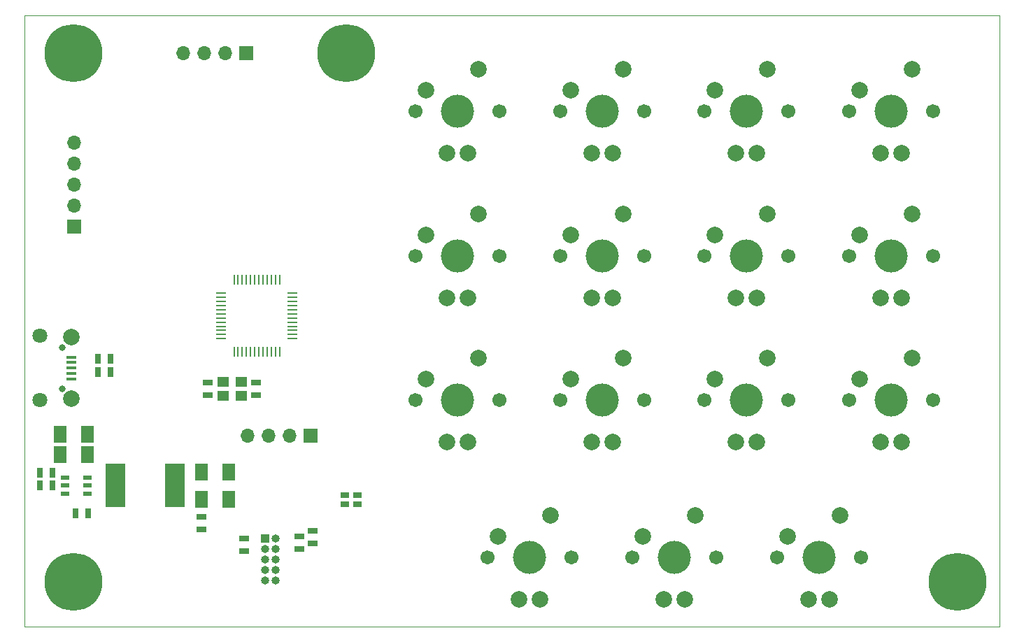
<source format=gts>
G04 #@! TF.GenerationSoftware,KiCad,Pcbnew,5.1.9-73d0e3b20d~88~ubuntu18.04.1*
G04 #@! TF.CreationDate,2021-10-16T20:22:12+02:00*
G04 #@! TF.ProjectId,VFODial,56464f44-6961-46c2-9e6b-696361645f70,rev?*
G04 #@! TF.SameCoordinates,Original*
G04 #@! TF.FileFunction,Soldermask,Top*
G04 #@! TF.FilePolarity,Negative*
%FSLAX46Y46*%
G04 Gerber Fmt 4.6, Leading zero omitted, Abs format (unit mm)*
G04 Created by KiCad (PCBNEW 5.1.9-73d0e3b20d~88~ubuntu18.04.1) date 2021-10-16 20:22:12*
%MOMM*%
%LPD*%
G01*
G04 APERTURE LIST*
G04 #@! TA.AperFunction,Profile*
%ADD10C,0.050000*%
G04 #@! TD*
%ADD11R,0.635000X1.143000*%
%ADD12R,1.143000X0.635000*%
%ADD13R,1.524000X2.032000*%
%ADD14R,2.420000X5.330000*%
%ADD15R,1.100000X0.600000*%
%ADD16C,7.000000*%
%ADD17C,2.000000*%
%ADD18C,1.701800*%
%ADD19C,4.000000*%
%ADD20R,1.400000X1.200000*%
%ADD21R,1.300000X0.250000*%
%ADD22R,0.250000X1.300000*%
%ADD23C,0.800000*%
%ADD24C,1.800000*%
%ADD25R,1.300000X0.450000*%
%ADD26O,1.000000X1.000000*%
%ADD27R,1.000000X1.000000*%
%ADD28O,1.700000X1.700000*%
%ADD29R,1.700000X1.700000*%
%ADD30R,1.000000X0.800000*%
G04 APERTURE END LIST*
D10*
X20100000Y-187400000D02*
X20100000Y-187300000D01*
X138100000Y-187400000D02*
X20100000Y-187400000D01*
X138100000Y-113400000D02*
X138100000Y-187400000D01*
X20100000Y-113400000D02*
X138100000Y-113400000D01*
X20100000Y-187300000D02*
X20100000Y-113400000D01*
D11*
G04 #@! TO.C,R128*
X23462000Y-170350000D03*
X21938000Y-170350000D03*
G04 #@! TD*
G04 #@! TO.C,R127*
X21938000Y-168800000D03*
X23462000Y-168800000D03*
G04 #@! TD*
D12*
G04 #@! TO.C,R104*
X53350000Y-178012000D03*
X53350000Y-176488000D03*
G04 #@! TD*
G04 #@! TO.C,R103*
X55000000Y-177312000D03*
X55000000Y-175788000D03*
G04 #@! TD*
D11*
G04 #@! TO.C,R102*
X30512000Y-156600000D03*
X28988000Y-156600000D03*
G04 #@! TD*
G04 #@! TO.C,R101*
X30512000Y-154950000D03*
X28988000Y-154950000D03*
G04 #@! TD*
G04 #@! TO.C,C119*
X26238000Y-173700000D03*
X27762000Y-173700000D03*
G04 #@! TD*
D13*
G04 #@! TO.C,C118*
X24399000Y-166600000D03*
X27701000Y-166600000D03*
G04 #@! TD*
G04 #@! TO.C,C117*
X24399000Y-164100000D03*
X27701000Y-164100000D03*
G04 #@! TD*
G04 #@! TO.C,C116*
X44801000Y-172000000D03*
X41499000Y-172000000D03*
G04 #@! TD*
G04 #@! TO.C,C115*
X44801000Y-168700000D03*
X41499000Y-168700000D03*
G04 #@! TD*
D12*
G04 #@! TO.C,C114*
X41500000Y-175612000D03*
X41500000Y-174088000D03*
G04 #@! TD*
G04 #@! TO.C,C103*
X48100000Y-157888000D03*
X48100000Y-159412000D03*
G04 #@! TD*
G04 #@! TO.C,C102*
X42300000Y-159412000D03*
X42300000Y-157888000D03*
G04 #@! TD*
G04 #@! TO.C,C101*
X46700000Y-176738000D03*
X46700000Y-178262000D03*
G04 #@! TD*
D14*
G04 #@! TO.C,U102*
X31080000Y-170350000D03*
X38320000Y-170350000D03*
G04 #@! TD*
D15*
G04 #@! TO.C,U103*
X25000000Y-171300000D03*
X25000000Y-170350000D03*
X25000000Y-169400000D03*
X27700000Y-169400000D03*
X27700000Y-170350000D03*
X27700000Y-171300000D03*
G04 #@! TD*
D16*
G04 #@! TO.C,REF\u002A\u002A*
X59000000Y-118000000D03*
G04 #@! TD*
G04 #@! TO.C,REF\u002A\u002A*
X26000000Y-182000000D03*
G04 #@! TD*
G04 #@! TO.C,REF\u002A\u002A*
X133000000Y-182000000D03*
G04 #@! TD*
G04 #@! TO.C,REF\u002A\u002A*
X26000000Y-118000000D03*
G04 #@! TD*
D17*
G04 #@! TO.C,S115*
X117520000Y-184080000D03*
X114980000Y-184080000D03*
X118790000Y-173920000D03*
X112440000Y-176460000D03*
D18*
X121330000Y-179000000D03*
X111170000Y-179000000D03*
D19*
X116250000Y-179000000D03*
G04 #@! TD*
D17*
G04 #@! TO.C,S114*
X100020000Y-184080000D03*
X97480000Y-184080000D03*
X101290000Y-173920000D03*
X94940000Y-176460000D03*
D18*
X103830000Y-179000000D03*
X93670000Y-179000000D03*
D19*
X98750000Y-179000000D03*
G04 #@! TD*
D17*
G04 #@! TO.C,S113*
X82520000Y-184080000D03*
X79980000Y-184080000D03*
X83790000Y-173920000D03*
X77440000Y-176460000D03*
D18*
X86330000Y-179000000D03*
X76170000Y-179000000D03*
D19*
X81250000Y-179000000D03*
G04 #@! TD*
D17*
G04 #@! TO.C,S112*
X126270000Y-165080000D03*
X123730000Y-165080000D03*
X127540000Y-154920000D03*
X121190000Y-157460000D03*
D18*
X130080000Y-160000000D03*
X119920000Y-160000000D03*
D19*
X125000000Y-160000000D03*
G04 #@! TD*
D17*
G04 #@! TO.C,S111*
X126270000Y-147580000D03*
X123730000Y-147580000D03*
X127540000Y-137420000D03*
X121190000Y-139960000D03*
D18*
X130080000Y-142500000D03*
X119920000Y-142500000D03*
D19*
X125000000Y-142500000D03*
G04 #@! TD*
D17*
G04 #@! TO.C,S110*
X126270000Y-130080000D03*
X123730000Y-130080000D03*
X127540000Y-119920000D03*
X121190000Y-122460000D03*
D18*
X130080000Y-125000000D03*
X119920000Y-125000000D03*
D19*
X125000000Y-125000000D03*
G04 #@! TD*
D17*
G04 #@! TO.C,S109*
X108770000Y-165080000D03*
X106230000Y-165080000D03*
X110040000Y-154920000D03*
X103690000Y-157460000D03*
D18*
X112580000Y-160000000D03*
X102420000Y-160000000D03*
D19*
X107500000Y-160000000D03*
G04 #@! TD*
D17*
G04 #@! TO.C,S108*
X108770000Y-147580000D03*
X106230000Y-147580000D03*
X110040000Y-137420000D03*
X103690000Y-139960000D03*
D18*
X112580000Y-142500000D03*
X102420000Y-142500000D03*
D19*
X107500000Y-142500000D03*
G04 #@! TD*
D17*
G04 #@! TO.C,S107*
X108770000Y-130080000D03*
X106230000Y-130080000D03*
X110040000Y-119920000D03*
X103690000Y-122460000D03*
D18*
X112580000Y-125000000D03*
X102420000Y-125000000D03*
D19*
X107500000Y-125000000D03*
G04 #@! TD*
D17*
G04 #@! TO.C,S106*
X91270000Y-165080000D03*
X88730000Y-165080000D03*
X92540000Y-154920000D03*
X86190000Y-157460000D03*
D18*
X95080000Y-160000000D03*
X84920000Y-160000000D03*
D19*
X90000000Y-160000000D03*
G04 #@! TD*
D17*
G04 #@! TO.C,S105*
X91270000Y-147580000D03*
X88730000Y-147580000D03*
X92540000Y-137420000D03*
X86190000Y-139960000D03*
D18*
X95080000Y-142500000D03*
X84920000Y-142500000D03*
D19*
X90000000Y-142500000D03*
G04 #@! TD*
D17*
G04 #@! TO.C,S104*
X91270000Y-130080000D03*
X88730000Y-130080000D03*
X92540000Y-119920000D03*
X86190000Y-122460000D03*
D18*
X95080000Y-125000000D03*
X84920000Y-125000000D03*
D19*
X90000000Y-125000000D03*
G04 #@! TD*
D17*
G04 #@! TO.C,S103*
X73770000Y-165080000D03*
X71230000Y-165080000D03*
X75040000Y-154920000D03*
X68690000Y-157460000D03*
D18*
X77580000Y-160000000D03*
X67420000Y-160000000D03*
D19*
X72500000Y-160000000D03*
G04 #@! TD*
D17*
G04 #@! TO.C,S102*
X73770000Y-147580000D03*
X71230000Y-147580000D03*
X75040000Y-137420000D03*
X68690000Y-139960000D03*
D18*
X77580000Y-142500000D03*
X67420000Y-142500000D03*
D19*
X72500000Y-142500000D03*
G04 #@! TD*
D17*
G04 #@! TO.C,S101*
X73770000Y-130080000D03*
X71230000Y-130080000D03*
X75040000Y-119920000D03*
X68690000Y-122460000D03*
D18*
X77580000Y-125000000D03*
X67420000Y-125000000D03*
D19*
X72500000Y-125000000D03*
G04 #@! TD*
D20*
G04 #@! TO.C,X101*
X44100001Y-157800000D03*
X46300001Y-157800000D03*
X46300001Y-159500000D03*
X44100001Y-159500000D03*
G04 #@! TD*
D21*
G04 #@! TO.C,U101*
X43850000Y-152550000D03*
X43850000Y-152050000D03*
X43850000Y-151550000D03*
X43850000Y-151050000D03*
X43850000Y-150550000D03*
X43850000Y-150050000D03*
X43850000Y-149550000D03*
X43850000Y-149050000D03*
X43850000Y-148550000D03*
X43850000Y-148050000D03*
X43850000Y-147550000D03*
X43850000Y-147050000D03*
D22*
X45450000Y-145450000D03*
X45950000Y-145450000D03*
X46450000Y-145450000D03*
X46950000Y-145450000D03*
X47450000Y-145450000D03*
X47950000Y-145450000D03*
X48450000Y-145450000D03*
X48950000Y-145450000D03*
X49450000Y-145450000D03*
X49950000Y-145450000D03*
X50450000Y-145450000D03*
X50950000Y-145450000D03*
D21*
X52550000Y-147050000D03*
X52550000Y-147550000D03*
X52550000Y-148050000D03*
X52550000Y-148550000D03*
X52550000Y-149050000D03*
X52550000Y-149550000D03*
X52550000Y-150050000D03*
X52550000Y-150550000D03*
X52550000Y-151050000D03*
X52550000Y-151550000D03*
X52550000Y-152050000D03*
X52550000Y-152550000D03*
D22*
X50950000Y-154150000D03*
X50450000Y-154150000D03*
X49950000Y-154150000D03*
X49450000Y-154150000D03*
X48950000Y-154150000D03*
X48450000Y-154150000D03*
X47950000Y-154150000D03*
X47450000Y-154150000D03*
X46950000Y-154150000D03*
X46450000Y-154150000D03*
X45950000Y-154150000D03*
X45450000Y-154150000D03*
G04 #@! TD*
D23*
G04 #@! TO.C,J101*
X24700000Y-158600000D03*
X24700000Y-153600000D03*
D24*
X21950000Y-159975000D03*
X21950000Y-152225000D03*
D17*
X25750000Y-159825000D03*
X25750000Y-152375000D03*
D25*
X25800000Y-157400000D03*
X25800000Y-156750000D03*
X25800000Y-156100000D03*
X25800000Y-155450000D03*
X25800000Y-154800000D03*
G04 #@! TD*
D26*
G04 #@! TO.C,J102*
X50520000Y-181830000D03*
X49250000Y-181830000D03*
X50520000Y-180560000D03*
X49250000Y-180560000D03*
X50520000Y-179290000D03*
X49250000Y-179290000D03*
X50520000Y-178020000D03*
X49250000Y-178020000D03*
X50520000Y-176750000D03*
D27*
X49250000Y-176750000D03*
G04 #@! TD*
D28*
G04 #@! TO.C,J105*
X26100000Y-128840000D03*
X26100000Y-131380000D03*
X26100000Y-133920000D03*
X26100000Y-136460000D03*
D29*
X26100000Y-139000000D03*
G04 #@! TD*
D28*
G04 #@! TO.C,J104*
X39280000Y-118000000D03*
X41820000Y-118000000D03*
X44360000Y-118000000D03*
D29*
X46900000Y-118000000D03*
G04 #@! TD*
D28*
G04 #@! TO.C,J103*
X47080000Y-164300000D03*
X49620000Y-164300000D03*
X52160000Y-164300000D03*
D29*
X54700000Y-164300000D03*
G04 #@! TD*
D30*
G04 #@! TO.C,L101*
X60400000Y-172600000D03*
X60400000Y-171500000D03*
X58900000Y-171500000D03*
X58900000Y-172600000D03*
G04 #@! TD*
M02*

</source>
